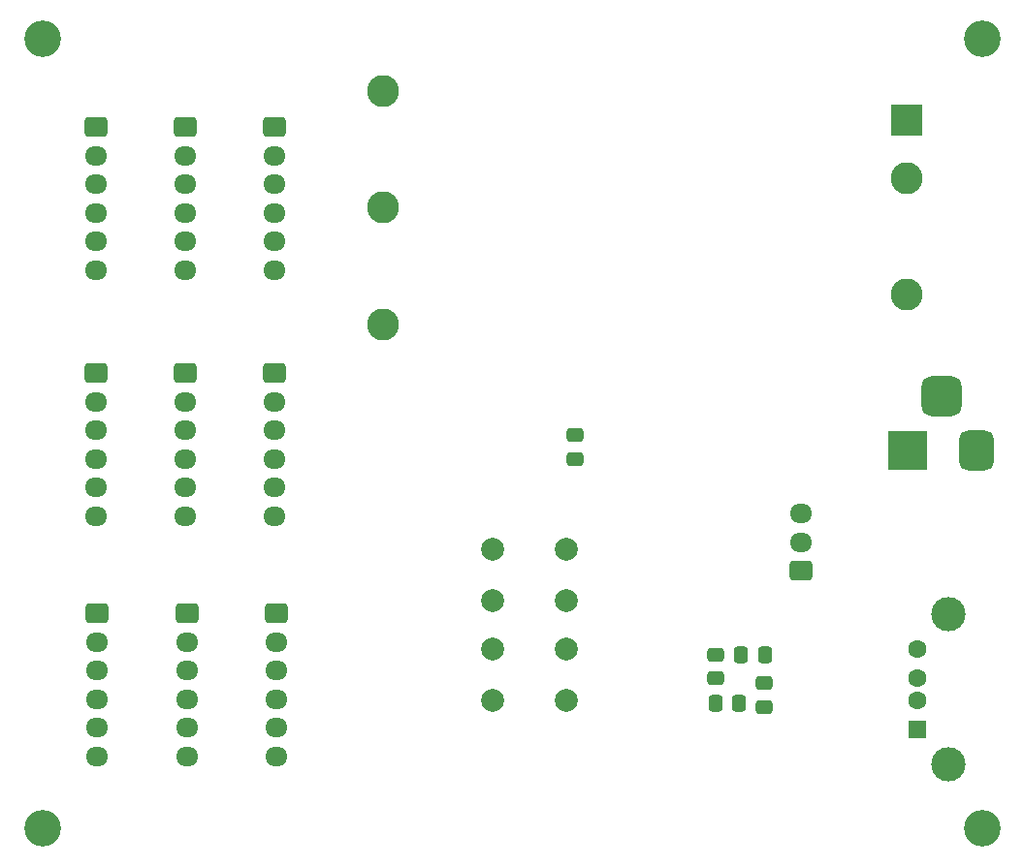
<source format=gbr>
%TF.GenerationSoftware,KiCad,Pcbnew,8.0.5*%
%TF.CreationDate,2024-10-22T17:04:07-05:00*%
%TF.ProjectId,395MainBoard,3339354d-6169-46e4-926f-6172642e6b69,rev?*%
%TF.SameCoordinates,Original*%
%TF.FileFunction,Soldermask,Bot*%
%TF.FilePolarity,Negative*%
%FSLAX46Y46*%
G04 Gerber Fmt 4.6, Leading zero omitted, Abs format (unit mm)*
G04 Created by KiCad (PCBNEW 8.0.5) date 2024-10-22 17:04:07*
%MOMM*%
%LPD*%
G01*
G04 APERTURE LIST*
G04 Aperture macros list*
%AMRoundRect*
0 Rectangle with rounded corners*
0 $1 Rounding radius*
0 $2 $3 $4 $5 $6 $7 $8 $9 X,Y pos of 4 corners*
0 Add a 4 corners polygon primitive as box body*
4,1,4,$2,$3,$4,$5,$6,$7,$8,$9,$2,$3,0*
0 Add four circle primitives for the rounded corners*
1,1,$1+$1,$2,$3*
1,1,$1+$1,$4,$5*
1,1,$1+$1,$6,$7*
1,1,$1+$1,$8,$9*
0 Add four rect primitives between the rounded corners*
20,1,$1+$1,$2,$3,$4,$5,0*
20,1,$1+$1,$4,$5,$6,$7,0*
20,1,$1+$1,$6,$7,$8,$9,0*
20,1,$1+$1,$8,$9,$2,$3,0*%
G04 Aperture macros list end*
%ADD10RoundRect,0.250000X-0.725000X0.600000X-0.725000X-0.600000X0.725000X-0.600000X0.725000X0.600000X0*%
%ADD11O,1.950000X1.700000*%
%ADD12C,3.200000*%
%ADD13C,2.000000*%
%ADD14RoundRect,0.250000X0.725000X-0.600000X0.725000X0.600000X-0.725000X0.600000X-0.725000X-0.600000X0*%
%ADD15R,1.500000X1.600000*%
%ADD16C,1.600000*%
%ADD17C,3.000000*%
%ADD18R,3.500000X3.500000*%
%ADD19RoundRect,0.750000X0.750000X1.000000X-0.750000X1.000000X-0.750000X-1.000000X0.750000X-1.000000X0*%
%ADD20RoundRect,0.875000X0.875000X0.875000X-0.875000X0.875000X-0.875000X-0.875000X0.875000X-0.875000X0*%
%ADD21R,2.800000X2.800000*%
%ADD22C,2.800000*%
%ADD23RoundRect,0.250000X-0.337500X-0.475000X0.337500X-0.475000X0.337500X0.475000X-0.337500X0.475000X0*%
%ADD24RoundRect,0.250000X-0.475000X0.337500X-0.475000X-0.337500X0.475000X-0.337500X0.475000X0.337500X0*%
%ADD25RoundRect,0.250000X0.475000X-0.337500X0.475000X0.337500X-0.475000X0.337500X-0.475000X-0.337500X0*%
G04 APERTURE END LIST*
D10*
%TO.C,J4*%
X128950000Y-43250000D03*
D11*
X128950000Y-45750000D03*
X128950000Y-48250000D03*
X128950000Y-50750000D03*
X128950000Y-53250000D03*
X128950000Y-55750000D03*
%TD*%
D12*
%TO.C,REF\u002A\u002A*%
X198500000Y-35500000D03*
%TD*%
D10*
%TO.C,J6*%
X136750000Y-64750000D03*
D11*
X136750000Y-67250000D03*
X136750000Y-69750000D03*
X136750000Y-72250000D03*
X136750000Y-74750000D03*
X136750000Y-77250000D03*
%TD*%
D13*
%TO.C,SW1*%
X155750000Y-88865000D03*
X162250000Y-88865000D03*
X155750000Y-93365000D03*
X162250000Y-93365000D03*
%TD*%
D14*
%TO.C,J2*%
X182725000Y-82000000D03*
D11*
X182725000Y-79500000D03*
X182725000Y-77000000D03*
%TD*%
D10*
%TO.C,J8*%
X121150000Y-64750000D03*
D11*
X121150000Y-67250000D03*
X121150000Y-69750000D03*
X121150000Y-72250000D03*
X121150000Y-74750000D03*
X121150000Y-77250000D03*
%TD*%
D15*
%TO.C,J13*%
X192890000Y-95865000D03*
D16*
X192890000Y-93365000D03*
X192890000Y-91365000D03*
X192890000Y-88865000D03*
D17*
X195600000Y-98935000D03*
X195600000Y-85795000D03*
%TD*%
D10*
%TO.C,J11*%
X121275000Y-85750000D03*
D11*
X121275000Y-88250000D03*
X121275000Y-90750000D03*
X121275000Y-93250000D03*
X121275000Y-95750000D03*
X121275000Y-98250000D03*
%TD*%
D18*
%TO.C,J12*%
X192000000Y-71457500D03*
D19*
X198000000Y-71457500D03*
D20*
X195000000Y-66757500D03*
%TD*%
D10*
%TO.C,J9*%
X136875000Y-85750000D03*
D11*
X136875000Y-88250000D03*
X136875000Y-90750000D03*
X136875000Y-93250000D03*
X136875000Y-95750000D03*
X136875000Y-98250000D03*
%TD*%
D10*
%TO.C,J7*%
X128950000Y-64750000D03*
D11*
X128950000Y-67250000D03*
X128950000Y-69750000D03*
X128950000Y-72250000D03*
X128950000Y-74750000D03*
X128950000Y-77250000D03*
%TD*%
D10*
%TO.C,J5*%
X121150000Y-43250000D03*
D11*
X121150000Y-45750000D03*
X121150000Y-48250000D03*
X121150000Y-50750000D03*
X121150000Y-53250000D03*
X121150000Y-55750000D03*
%TD*%
D10*
%TO.C,J10*%
X129075000Y-85750000D03*
D11*
X129075000Y-88250000D03*
X129075000Y-90750000D03*
X129075000Y-93250000D03*
X129075000Y-95750000D03*
X129075000Y-98250000D03*
%TD*%
D12*
%TO.C,REF\u002A\u002A*%
X116500000Y-35500000D03*
%TD*%
D21*
%TO.C,U4*%
X191897033Y-42648175D03*
D22*
X191929898Y-47737231D03*
X191902287Y-57904161D03*
X146250000Y-40124876D03*
X146250000Y-50250000D03*
X146215124Y-60462314D03*
%TD*%
D10*
%TO.C,J3*%
X136750000Y-43250000D03*
D11*
X136750000Y-45750000D03*
X136750000Y-48250000D03*
X136750000Y-50750000D03*
X136750000Y-53250000D03*
X136750000Y-55750000D03*
%TD*%
D13*
%TO.C,SW2*%
X155750000Y-80115000D03*
X162250000Y-80115000D03*
X155750000Y-84615000D03*
X162250000Y-84615000D03*
%TD*%
D12*
%TO.C,REF\u002A\u002A*%
X116500000Y-104500000D03*
%TD*%
%TO.C,REF\u002A\u002A*%
X198500000Y-104500000D03*
%TD*%
D23*
%TO.C,C11*%
X175212500Y-93615000D03*
X177287500Y-93615000D03*
%TD*%
D24*
%TO.C,C2*%
X163000000Y-70175000D03*
X163000000Y-72250000D03*
%TD*%
D23*
%TO.C,C6*%
X177462500Y-89365000D03*
X179537500Y-89365000D03*
%TD*%
D24*
%TO.C,C10*%
X175250000Y-89327500D03*
X175250000Y-91402500D03*
%TD*%
D25*
%TO.C,C5*%
X179500000Y-93902500D03*
X179500000Y-91827500D03*
%TD*%
M02*

</source>
